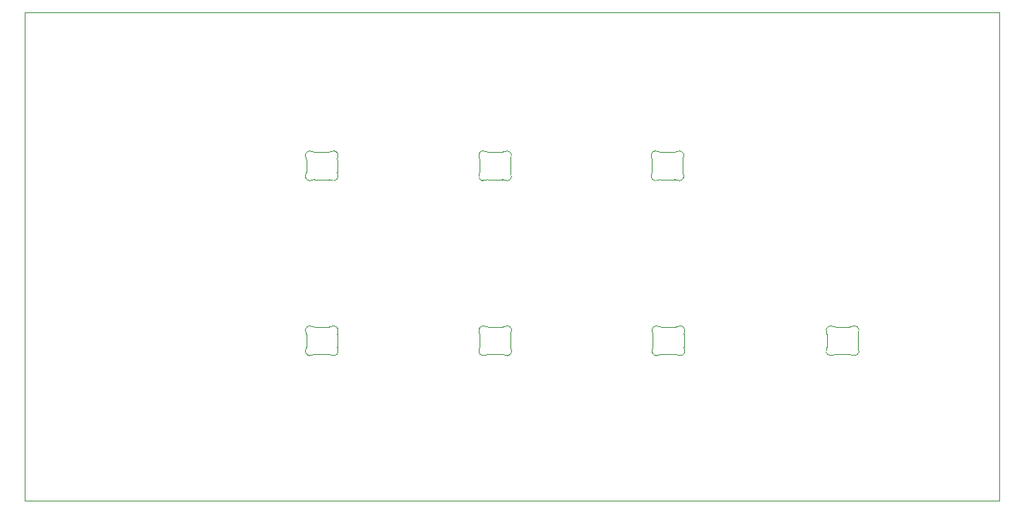
<source format=gbr>
%TF.GenerationSoftware,KiCad,Pcbnew,9.0.6*%
%TF.CreationDate,2025-11-29T18:30:53-05:00*%
%TF.ProjectId,Generalist_Macro,47656e65-7261-46c6-9973-745f4d616372,rev?*%
%TF.SameCoordinates,Original*%
%TF.FileFunction,Profile,NP*%
%FSLAX46Y46*%
G04 Gerber Fmt 4.6, Leading zero omitted, Abs format (unit mm)*
G04 Created by KiCad (PCBNEW 9.0.6) date 2025-11-29 18:30:53*
%MOMM*%
%LPD*%
G01*
G04 APERTURE LIST*
%TA.AperFunction,Profile*%
%ADD10C,0.050000*%
%TD*%
%TA.AperFunction,Profile*%
%ADD11C,0.100000*%
%TD*%
G04 APERTURE END LIST*
D10*
X55128190Y-53836733D02*
X162028190Y-53836733D01*
X162028190Y-107436733D01*
X55128190Y-107436733D01*
X55128190Y-53836733D01*
D11*
%TO.C,D14*%
X124012501Y-90602842D02*
X124012501Y-89197158D01*
X124918048Y-88400000D02*
X126506952Y-88400000D01*
X126506952Y-91399999D02*
X124918047Y-91399999D01*
X127412499Y-89197158D02*
X127412499Y-90602842D01*
X123963016Y-88980280D02*
G75*
G02*
X124012501Y-89197158I-450505J-216876D01*
G01*
X123963016Y-88980281D02*
G75*
G02*
X124665789Y-88331701I450514J216880D01*
G01*
X124012501Y-90602843D02*
G75*
G02*
X123963016Y-90819720I-499990J-1D01*
G01*
X124665789Y-91468298D02*
G75*
G02*
X123963016Y-90819720I-252258J431701D01*
G01*
X124665789Y-91468298D02*
G75*
G02*
X124918047Y-91399999I252261J-431710D01*
G01*
X124918048Y-88400000D02*
G75*
G02*
X124665789Y-88331701I2J500009D01*
G01*
X126506953Y-91400000D02*
G75*
G02*
X126759211Y-91468299I-3J-500010D01*
G01*
X126759210Y-88331701D02*
G75*
G02*
X126506952Y-88399999I-252260J431711D01*
G01*
X126759211Y-88331703D02*
G75*
G02*
X127461981Y-88980279I252259J-431697D01*
G01*
X127412499Y-89197157D02*
G75*
G02*
X127461982Y-88980279I500031J-3D01*
G01*
X127461984Y-90819720D02*
G75*
G02*
X126759210Y-91468300I-450514J-216880D01*
G01*
X127461984Y-90819720D02*
G75*
G02*
X127412495Y-90602842I450216J216820D01*
G01*
%TO.C,D10*%
X86002501Y-71402842D02*
X86002501Y-69997158D01*
X86908048Y-69200000D02*
X88496952Y-69200000D01*
X88496952Y-72199999D02*
X86908047Y-72199999D01*
X89402499Y-69997158D02*
X89402499Y-71402842D01*
X85953016Y-69780280D02*
G75*
G02*
X86002501Y-69997158I-450505J-216876D01*
G01*
X85953016Y-69780281D02*
G75*
G02*
X86655789Y-69131701I450514J216880D01*
G01*
X86002501Y-71402843D02*
G75*
G02*
X85953016Y-71619720I-499990J-1D01*
G01*
X86655789Y-72268298D02*
G75*
G02*
X85953016Y-71619720I-252258J431701D01*
G01*
X86655789Y-72268298D02*
G75*
G02*
X86908047Y-72199999I252261J-431710D01*
G01*
X86908048Y-69200000D02*
G75*
G02*
X86655789Y-69131701I2J500009D01*
G01*
X88496953Y-72200000D02*
G75*
G02*
X88749211Y-72268299I-3J-500010D01*
G01*
X88749210Y-69131701D02*
G75*
G02*
X88496952Y-69199999I-252260J431711D01*
G01*
X88749211Y-69131703D02*
G75*
G02*
X89451981Y-69780279I252259J-431697D01*
G01*
X89402499Y-69997157D02*
G75*
G02*
X89451982Y-69780279I500031J-3D01*
G01*
X89451984Y-71619720D02*
G75*
G02*
X88749210Y-72268300I-450514J-216880D01*
G01*
X89451984Y-71619720D02*
G75*
G02*
X89402495Y-71402842I450216J216820D01*
G01*
%TO.C,D11*%
X105012501Y-71402842D02*
X105012501Y-69997158D01*
X105918048Y-69200000D02*
X107506952Y-69200000D01*
X107506952Y-72199999D02*
X105918047Y-72199999D01*
X108412499Y-69997158D02*
X108412499Y-71402842D01*
X104963016Y-69780280D02*
G75*
G02*
X105012501Y-69997158I-450505J-216876D01*
G01*
X104963016Y-69780281D02*
G75*
G02*
X105665789Y-69131701I450514J216880D01*
G01*
X105012501Y-71402843D02*
G75*
G02*
X104963016Y-71619720I-499990J-1D01*
G01*
X105665789Y-72268298D02*
G75*
G02*
X104963016Y-71619720I-252258J431701D01*
G01*
X105665789Y-72268298D02*
G75*
G02*
X105918047Y-72199999I252261J-431710D01*
G01*
X105918048Y-69200000D02*
G75*
G02*
X105665789Y-69131701I2J500009D01*
G01*
X107506953Y-72200000D02*
G75*
G02*
X107759211Y-72268299I-3J-500010D01*
G01*
X107759210Y-69131701D02*
G75*
G02*
X107506952Y-69199999I-252260J431711D01*
G01*
X107759211Y-69131703D02*
G75*
G02*
X108461981Y-69780279I252259J-431697D01*
G01*
X108412499Y-69997157D02*
G75*
G02*
X108461982Y-69780279I500031J-3D01*
G01*
X108461984Y-71619720D02*
G75*
G02*
X107759210Y-72268300I-450514J-216880D01*
G01*
X108461984Y-71619720D02*
G75*
G02*
X108412495Y-71402842I450216J216820D01*
G01*
%TO.C,D12*%
X123912501Y-71402842D02*
X123912501Y-69997158D01*
X124818048Y-69200000D02*
X126406952Y-69200000D01*
X126406952Y-72199999D02*
X124818047Y-72199999D01*
X127312499Y-69997158D02*
X127312499Y-71402842D01*
X123863016Y-69780280D02*
G75*
G02*
X123912501Y-69997158I-450505J-216876D01*
G01*
X123863016Y-69780281D02*
G75*
G02*
X124565789Y-69131701I450514J216880D01*
G01*
X123912501Y-71402843D02*
G75*
G02*
X123863016Y-71619720I-499990J-1D01*
G01*
X124565789Y-72268298D02*
G75*
G02*
X123863016Y-71619720I-252258J431701D01*
G01*
X124565789Y-72268298D02*
G75*
G02*
X124818047Y-72199999I252261J-431710D01*
G01*
X124818048Y-69200000D02*
G75*
G02*
X124565789Y-69131701I2J500009D01*
G01*
X126406953Y-72200000D02*
G75*
G02*
X126659211Y-72268299I-3J-500010D01*
G01*
X126659210Y-69131701D02*
G75*
G02*
X126406952Y-69199999I-252260J431711D01*
G01*
X126659211Y-69131703D02*
G75*
G02*
X127361981Y-69780279I252259J-431697D01*
G01*
X127312499Y-69997157D02*
G75*
G02*
X127361982Y-69780279I500031J-3D01*
G01*
X127361984Y-71619720D02*
G75*
G02*
X126659210Y-72268300I-450514J-216880D01*
G01*
X127361984Y-71619720D02*
G75*
G02*
X127312495Y-71402842I450216J216820D01*
G01*
%TO.C,D13*%
X143102501Y-90602842D02*
X143102501Y-89197158D01*
X144008048Y-88400000D02*
X145596952Y-88400000D01*
X145596952Y-91399999D02*
X144008047Y-91399999D01*
X146502499Y-89197158D02*
X146502499Y-90602842D01*
X143053016Y-88980280D02*
G75*
G02*
X143102501Y-89197158I-450505J-216876D01*
G01*
X143053016Y-88980281D02*
G75*
G02*
X143755789Y-88331701I450514J216880D01*
G01*
X143102501Y-90602843D02*
G75*
G02*
X143053016Y-90819720I-499990J-1D01*
G01*
X143755789Y-91468298D02*
G75*
G02*
X143053016Y-90819720I-252258J431701D01*
G01*
X143755789Y-91468298D02*
G75*
G02*
X144008047Y-91399999I252261J-431710D01*
G01*
X144008048Y-88400000D02*
G75*
G02*
X143755789Y-88331701I2J500009D01*
G01*
X145596953Y-91400000D02*
G75*
G02*
X145849211Y-91468299I-3J-500010D01*
G01*
X145849210Y-88331701D02*
G75*
G02*
X145596952Y-88399999I-252260J431711D01*
G01*
X145849211Y-88331703D02*
G75*
G02*
X146551981Y-88980279I252259J-431697D01*
G01*
X146502499Y-89197157D02*
G75*
G02*
X146551982Y-88980279I500031J-3D01*
G01*
X146551984Y-90819720D02*
G75*
G02*
X145849210Y-91468300I-450514J-216880D01*
G01*
X146551984Y-90819720D02*
G75*
G02*
X146502495Y-90602842I450216J216820D01*
G01*
%TO.C,D15*%
X105022501Y-90602842D02*
X105022501Y-89197158D01*
X105928048Y-88400000D02*
X107516952Y-88400000D01*
X107516952Y-91399999D02*
X105928047Y-91399999D01*
X108422499Y-89197158D02*
X108422499Y-90602842D01*
X104973016Y-88980280D02*
G75*
G02*
X105022501Y-89197158I-450505J-216876D01*
G01*
X104973016Y-88980281D02*
G75*
G02*
X105675789Y-88331701I450514J216880D01*
G01*
X105022501Y-90602843D02*
G75*
G02*
X104973016Y-90819720I-499990J-1D01*
G01*
X105675789Y-91468298D02*
G75*
G02*
X104973016Y-90819720I-252258J431701D01*
G01*
X105675789Y-91468298D02*
G75*
G02*
X105928047Y-91399999I252261J-431710D01*
G01*
X105928048Y-88400000D02*
G75*
G02*
X105675789Y-88331701I2J500009D01*
G01*
X107516953Y-91400000D02*
G75*
G02*
X107769211Y-91468299I-3J-500010D01*
G01*
X107769210Y-88331701D02*
G75*
G02*
X107516952Y-88399999I-252260J431711D01*
G01*
X107769211Y-88331703D02*
G75*
G02*
X108471981Y-88980279I252259J-431697D01*
G01*
X108422499Y-89197157D02*
G75*
G02*
X108471982Y-88980279I500031J-3D01*
G01*
X108471984Y-90819720D02*
G75*
G02*
X107769210Y-91468300I-450514J-216880D01*
G01*
X108471984Y-90819720D02*
G75*
G02*
X108422495Y-90602842I450216J216820D01*
G01*
%TO.C,D16*%
X86012501Y-90602842D02*
X86012501Y-89197158D01*
X86918048Y-88400000D02*
X88506952Y-88400000D01*
X88506952Y-91399999D02*
X86918047Y-91399999D01*
X89412499Y-89197158D02*
X89412499Y-90602842D01*
X85963016Y-88980280D02*
G75*
G02*
X86012501Y-89197158I-450505J-216876D01*
G01*
X85963016Y-88980281D02*
G75*
G02*
X86665789Y-88331701I450514J216880D01*
G01*
X86012501Y-90602843D02*
G75*
G02*
X85963016Y-90819720I-499990J-1D01*
G01*
X86665789Y-91468298D02*
G75*
G02*
X85963016Y-90819720I-252258J431701D01*
G01*
X86665789Y-91468298D02*
G75*
G02*
X86918047Y-91399999I252261J-431710D01*
G01*
X86918048Y-88400000D02*
G75*
G02*
X86665789Y-88331701I2J500009D01*
G01*
X88506953Y-91400000D02*
G75*
G02*
X88759211Y-91468299I-3J-500010D01*
G01*
X88759210Y-88331701D02*
G75*
G02*
X88506952Y-88399999I-252260J431711D01*
G01*
X88759211Y-88331703D02*
G75*
G02*
X89461981Y-88980279I252259J-431697D01*
G01*
X89412499Y-89197157D02*
G75*
G02*
X89461982Y-88980279I500031J-3D01*
G01*
X89461984Y-90819720D02*
G75*
G02*
X88759210Y-91468300I-450514J-216880D01*
G01*
X89461984Y-90819720D02*
G75*
G02*
X89412495Y-90602842I450216J216820D01*
G01*
%TD*%
M02*

</source>
